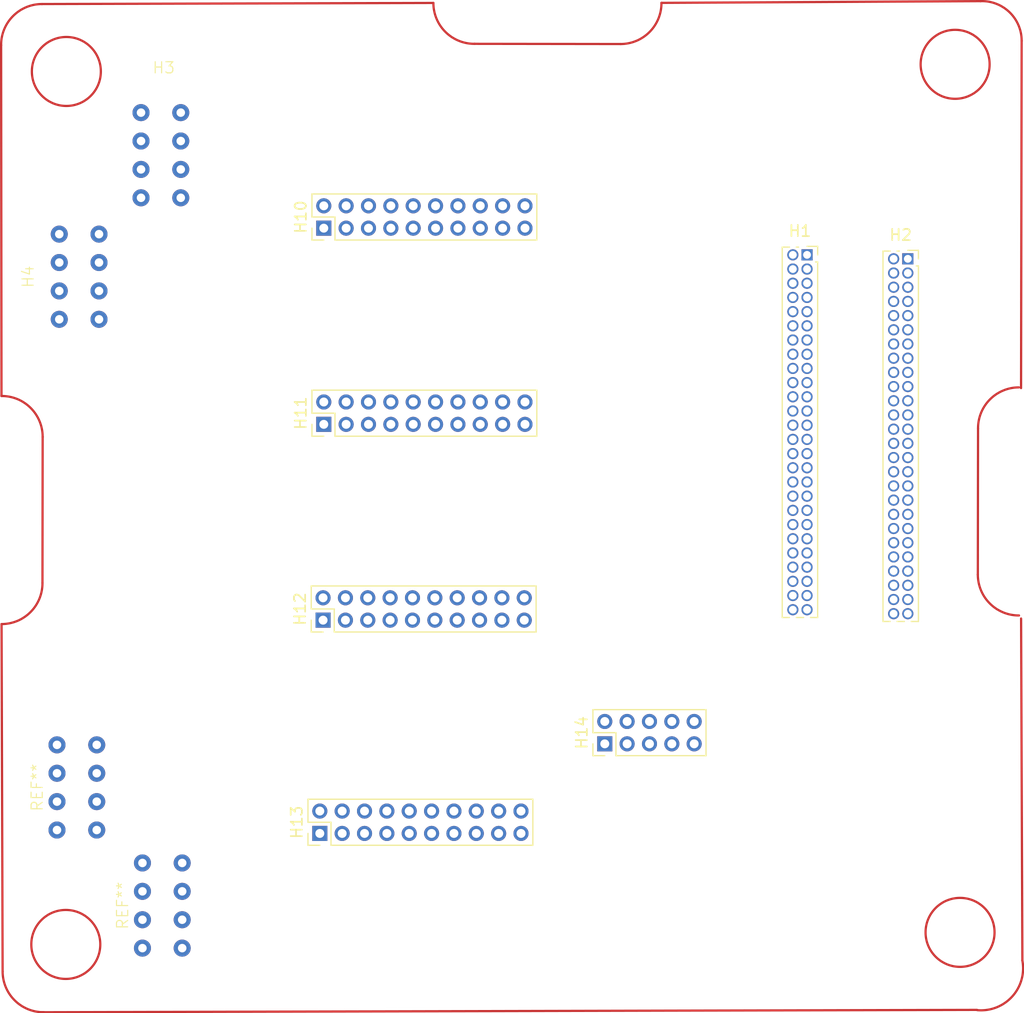
<source format=kicad_pcb>
(kicad_pcb (version 20240108) (generator "pcbnew") (generator_version "8.0")
  (layers (0 "F.Cu" signal) (31 "B.Cu" signal) (34 "B.Paste" user) (35 "F.Paste" user) (36 "B.SilkS" user "B.Silkscreen") (37 "F.SilkS" user "F.Silkscreen") (38 "B.Mask" user) (39 "F.Mask" user) (44 "Edge.Cuts" user))
  (net 0 "")
  (net 1 "Net-(H1-USER0)")
  (net 2 "Net-(H1-P3.2)")
  (net 3 "Net-(H1-TXD_MHX)")
  (net 4 "Net-(H1-P5.4)")
  (net 5 "Net-(H1-USER4)")
  (net 7 "Net-(H1-USER3)")
  (net 8 "Net-(H1-SCL_SYS)")
  (net 9 "Net-(H1-RXD_MHX)")
  (net 10 "Net-(H1-P5.0)")
  (net 11 "Net-(H1--RESET)")
  (net 12 "Net-(H1-P4.5)")
  (net 13 "Net-(H1-P4.3)")
  (net 15 "Net-(H1-USER1)")
  (net 17 "Net-(H1-P5.6)")
  (net 19 "Net-(H1-USER5)")
  (net 22 "Net-(H1-P5.5)")
  (net 23 "Net-(H1-P3.7)")
  (net 25 "Net-(H1-P5.3)")
  (net 26 "Net-(H1-SDA_SYS)")
  (net 27 "Net-(H1-P4.6)")
  (net 29 "Net-(H1-P4.2)")
  (net 30 "Net-(H1-P3.3)")
  (net 32 "Net-(H1-USER2)")
  (net 35 "Net-(H1-P3.6)")
  (net 36 "Net-(H1-P3.0)")
  (net 37 "Net-(H1--DTR_MHX)")
  (net 38 "Net-(H1-P4.4)")
  (net 39 "Net-(H1-P5.7)")
  (net 40 "Net-(H1--RST_MHX)")
  (net 42 "Net-(H1-P5.2)")
  (net 43 "Net-(H1-P3.5)")
  (net 44 "Net-(H1--RTS_MHX)")
  (net 45 "Net-(H1-P5.1)")
  (net 46 "Net-(H1-P4.0)")
  (net 47 "Net-(H1--DSR_MHX)")
  (net 48 "Net-(H1-P3.4)")
  (net 49 "Net-(H1-P4.1)")
  (net 50 "Net-(H1-P4.7)")
  (net 51 "Net-(H1--CTS_MHX)")
  (net 52 "Net-(H1-P3.1)")
  (net 54 "Net-(H11-Pin_9)")
  (net 56 "Net-(H10-Pin_15)")
  (net 58 "Net-(H12-Pin_17)")
  (net 59 "Net-(H10-Pin_11)")
  (net 60 "Net-(H11-Pin_5)")
  (net 61 "Net-(H12-Pin_9)")
  (net 62 "Net-(H10-Pin_5)")
  (net 63 "Net-(H12-Pin_3)")
  (net 66 "Net-(H11-Pin_7)")
  (net 67 "Net-(H12-Pin_5)")
  (net 69 "GND")
  (net 70 "Net-(H12-Pin_13)")
  (net 72 "Net-(H10-Pin_9)")
  (net 73 "Net-(H11-Pin_17)")
  (net 75 "Net-(H13-Pin_3)")
  (net 77 "Net-(H12-Pin_15)")
  (net 78 "Net-(H13-Pin_5)")
  (net 79 "Net-(H10-Pin_7)")
  (net 80 "Net-(H10-Pin_13)")
  (net 81 "Net-(H10-Pin_17)")
  (net 87 "Net-(H10-Pin_3)")
  (net 88 "Net-(H11-Pin_15)")
  (net 91 "Net-(H12-Pin_11)")
  (net 92 "Net-(H11-Pin_11)")
  (net 94 "Net-(H11-Pin_3)")
  (net 97 "Net-(H12-Pin_7)")
  (net 98 "Net-(H11-Pin_13)")
  (net 103 "Battery")
  (net 104 "Battery?")
  (footprint "Connector_PinHeader_2.00mm:PinHeader_2x10_P2.00mm_Vertical" (layer "F.Cu") (at 155.8102 91.9922 90)
    (property "Reference" "H12" (at 1 -2.06 90) (layer "F.SilkS"))
    (property "Value" "Conn_02x10_Odd_Even")
    (fp_line (start 3.06 -1.06) (end 3.06 19.06) (stroke (width 0.12)) (layer "F.SilkS"))
    (fp_line (start 1 -1.06) (end 3.06 -1.06) (stroke (width 0.12)) (layer "F.SilkS"))
    (fp_line (start -1.06 -1.06) (end 0 -1.06) (stroke (width 0.12)) (layer "F.SilkS"))
    (fp_line (start -1.06 0) (end -1.06 -1.06) (stroke (width 0.12)) (layer "F.SilkS"))
    (fp_line (start 1 1) (end 1 -1.06) (stroke (width 0.12)) (layer "F.SilkS"))
    (fp_line (start -1.06 1) (end 1 1) (stroke (width 0.12)) (layer "F.SilkS"))
    (fp_line (start -1.06 1) (end -1.06 19.06) (stroke (width 0.12)) (layer "F.SilkS"))
    (fp_line (start -1.06 19.06) (end 3.06 19.06) (stroke (width 0.12)) (layer "F.SilkS"))
    (pad "1" thru_hole rect (at 0 0 90) (size 1.35 1.35) (drill 0.8) (layers "*.Cu" "*.Mask"))
    (pad "2" thru_hole oval (at 2 0 90) (size 1.35 1.35) (drill 0.8) (layers "*.Cu" "*.Mask"))
    (pad "3" thru_hole oval (at 0 2 90) (size 1.35 1.35) (drill 0.8) (layers "*.Cu" "*.Mask") (net 63 "Net-(H12-Pin_3)"))
    (pad "4" thru_hole oval (at 2 2 90) (size 1.35 1.35) (drill 0.8) (layers "*.Cu" "*.Mask") (net 23 "Net-(H1-P3.7)"))
    (pad "5" thru_hole oval (at 0 4 90) (size 1.35 1.35) (drill 0.8) (layers "*.Cu" "*.Mask") (net 67 "Net-(H12-Pin_5)"))
    (pad "6" thru_hole oval (at 2 4 90) (size 1.35 1.35) (drill 0.8) (layers "*.Cu" "*.Mask") (net 35 "Net-(H1-P3.6)"))
    (pad "7" thru_hole oval (at 0 6 90) (size 1.35 1.35) (drill 0.8) (layers "*.Cu" "*.Mask") (net 97 "Net-(H12-Pin_7)"))
    (pad "8" thru_hole oval (at 2 6 90) (size 1.35 1.35) (drill 0.8) (layers "*.Cu" "*.Mask") (net 43 "Net-(H1-P3.5)"))
    (pad "9" thru_hole oval (at 0 8 90) (size 1.35 1.35) (drill 0.8) (layers "*.Cu" "*.Mask") (net 61 "Net-(H12-Pin_9)"))
    (pad "10" thru_hole oval (at 2 8 90) (size 1.35 1.35) (drill 0.8) (layers "*.Cu" "*.Mask") (net 48 "Net-(H1-P3.4)"))
    (pad "11" thru_hole oval (at 0 10 90) (size 1.35 1.35) (drill 0.8) (layers "*.Cu" "*.Mask") (net 91 "Net-(H12-Pin_11)"))
    (pad "12" thru_hole oval (at 2 10 90) (size 1.35 1.35) (drill 0.8) (layers "*.Cu" "*.Mask") (net 30 "Net-(H1-P3.3)"))
    (pad "13" thru_hole oval (at 0 12 90) (size 1.35 1.35) (drill 0.8) (layers "*.Cu" "*.Mask") (net 70 "Net-(H12-Pin_13)"))
    (pad "14" thru_hole oval (at 2 12 90) (size 1.35 1.35) (drill 0.8) (layers "*.Cu" "*.Mask") (net 2 "Net-(H1-P3.2)"))
    (pad "15" thru_hole oval (at 0 14 90) (size 1.35 1.35) (drill 0.8) (layers "*.Cu" "*.Mask") (net 77 "Net-(H12-Pin_15)"))
    (pad "16" thru_hole oval (at 2 14 90) (size 1.35 1.35) (drill 0.8) (layers "*.Cu" "*.Mask") (net 52 "Net-(H1-P3.1)"))
    (pad "17" thru_hole oval (at 0 16 90) (size 1.35 1.35) (drill 0.8) (layers "*.Cu" "*.Mask") (net 58 "Net-(H12-Pin_17)"))
    (pad "18" thru_hole oval (at 2 16 90) (size 1.35 1.35) (drill 0.8) (layers "*.Cu" "*.Mask") (net 36 "Net-(H1-P3.0)"))
    (pad "19" thru_hole oval (at 0 18 90) (size 1.35 1.35) (drill 0.8) (layers "*.Cu" "*.Mask"))
    (pad "20" thru_hole oval (at 2 18 90) (size 1.35 1.35) (drill 0.8) (layers "*.Cu" "*.Mask") (net 69 "GND"))
  )
  (footprint "Connector_PinHeader_2.00mm:PinHeader_2x05_P2.00mm_Vertical" (layer "F.Cu") (at 181.0136 103.0572 90)
    (property "Reference" "H14" (at 1 -2.06 90) (layer "F.SilkS"))
    (property "Value" "Conn_02x05_Odd_Even")
    (fp_line (start 3.06 -1.06) (end 3.06 9.06) (stroke (width 0.12)) (layer "F.SilkS"))
    (fp_line (start 1 -1.06) (end 3.06 -1.06) (stroke (width 0.12)) (layer "F.SilkS"))
    (fp_line (start -1.06 -1.06) (end 0 -1.06) (stroke (width 0.12)) (layer "F.SilkS"))
    (fp_line (start -1.06 0) (end -1.06 -1.06) (stroke (width 0.12)) (layer "F.SilkS"))
    (fp_line (start 1 1) (end 1 -1.06) (stroke (width 0.12)) (layer "F.SilkS"))
    (fp_line (start -1.06 1) (end 1 1) (stroke (width 0.12)) (layer "F.SilkS"))
    (fp_line (start -1.06 1) (end -1.06 9.06) (stroke (width 0.12)) (layer "F.SilkS"))
    (fp_line (start -1.06 9.06) (end 3.06 9.06) (stroke (width 0.12)) (layer "F.SilkS"))
    (pad "1" thru_hole rect (at 0 0 90) (size 1.35 1.35) (drill 0.8) (layers "*.Cu" "*.Mask") (net 8 "Net-(H1-SCL_SYS)"))
    (pad "2" thru_hole oval (at 2 0 90) (size 1.35 1.35) (drill 0.8) (layers "*.Cu" "*.Mask") (net 69 "GND"))
    (pad "3" thru_hole oval (at 0 2 90) (size 1.35 1.35) (drill 0.8) (layers "*.Cu" "*.Mask") (net 26 "Net-(H1-SDA_SYS)"))
    (pad "4" thru_hole oval (at 2 2 90) (size 1.35 1.35) (drill 0.8) (layers "*.Cu" "*.Mask"))
    (pad "5" thru_hole oval (at 0 4 90) (size 1.35 1.35) (drill 0.8) (layers "*.Cu" "*.Mask"))
    (pad "6" thru_hole oval (at 2 4 90) (size 1.35 1.35) (drill 0.8) (layers "*.Cu" "*.Mask"))
    (pad "7" thru_hole oval (at 0 6 90) (size 1.35 1.35) (drill 0.8) (layers "*.Cu" "*.Mask"))
    (pad "8" thru_hole oval (at 2 6 90) (size 1.35 1.35) (drill 0.8) (layers "*.Cu" "*.Mask"))
    (pad "9" thru_hole oval (at 0 8 90) (size 1.35 1.35) (drill 0.8) (layers "*.Cu" "*.Mask"))
    (pad "10" thru_hole oval (at 2 8 90) (size 1.35 1.35) (drill 0.8) (layers "*.Cu" "*.Mask") (net 69 "GND"))
  )
  (footprint "Library:8Tholes" (layer "F.Cu") (at 141.1732 117.5258 90)
    (property "Reference" "REF**" (at 0 -3.302 90) (layer "F.SilkS") (effects (font (thickness 0.1))))
    (property "Value" "8Tholes")
    (pad "" thru_hole circle (at -3.81 -1.524 90) (size 1.524 1.524) (drill 0.762) (layers "*.Cu" "*.Mask"))
    (pad "" thru_hole circle (at -3.81 2.032 90) (size 1.524 1.524) (drill 0.762) (layers "*.Cu" "*.Mask"))
    (pad "" thru_hole circle (at -1.27 -1.524 90) (size 1.524 1.524) (drill 0.762) (layers "*.Cu" "*.Mask"))
    (pad "" thru_hole circle (at -1.27 2.032 90) (size 1.524 1.524) (drill 0.762) (layers "*.Cu" "*.Mask"))
    (pad "" thru_hole circle (at 1.27 -1.524 90) (size 1.524 1.524) (drill 0.762) (layers "*.Cu" "*.Mask"))
    (pad "" thru_hole circle (at 1.27 2.032 90) (size 1.524 1.524) (drill 0.762) (layers "*.Cu" "*.Mask"))
    (pad "" thru_hole circle (at 3.81 -1.524 90) (size 1.524 1.524) (drill 0.762) (layers "*.Cu" "*.Mask"))
    (pad "" thru_hole circle (at 3.81 2.032 90) (size 1.524 1.524) (drill 0.762) (layers "*.Cu" "*.Mask"))
  )
  (footprint "Library:H4" (layer "F.Cu") (at 134.239 61.2648 90)
    (property "Reference" "H4" (at 0 -4.826 90) (layer "F.SilkS") (effects (font (thickness 0.1))))
    (property "Value" "5V20")
    (pad "" thru_hole circle (at -1.27 -2.032 90) (size 1.524 1.524) (drill 0.762) (layers "*.Cu" "*.Mask"))
    (pad "" thru_hole circle (at 1.27 -2.032 90) (size 1.524 1.524) (drill 0.762) (layers "*.Cu" "*.Mask"))
    (pad "" thru_hole circle (at 3.81 -2.032 90) (size 1.524 1.524) (drill 0.762) (layers "*.Cu" "*.Mask"))
    (pad "1" thru_hole circle (at -3.81 1.524 90) (size 1.524 1.524) (drill 0.762) (layers "*.Cu" "*.Mask") (net 69 "GND"))
    (pad "2" thru_hole circle (at -3.81 -2.032 90) (size 1.524 1.524) (drill 0.762) (layers "*.Cu" "*.Mask") (net 69 "GND"))
    (pad "33" thru_hole circle (at -1.27 1.524 90) (size 1.524 1.524) (drill 0.762) (layers "*.Cu" "*.Mask") (net 104 "Battery?"))
    (pad "37" thru_hole circle (at 1.27 1.524 90) (size 1.524 1.524) (drill 0.762) (layers "*.Cu" "*.Mask") (net 69 "GND"))
    (pad "39" thru_hole circle (at 3.81 1.524 90) (size 1.524 1.524) (drill 0.762) (layers "*.Cu" "*.Mask") (net 69 "GND"))
  )
  (footprint "Connector_PinHeader_2.00mm:PinHeader_2x10_P2.00mm_Vertical" (layer "F.Cu") (at 155.8742 74.4728 90)
    (property "Reference" "H11" (at 1 -2.06 90) (layer "F.SilkS"))
    (property "Value" "Conn_02x10_Odd_Even")
    (fp_line (start 3.06 -1.06) (end 3.06 19.06) (stroke (width 0.12)) (layer "F.SilkS"))
    (fp_line (start 1 -1.06) (end 3.06 -1.06) (stroke (width 0.12)) (layer "F.SilkS"))
    (fp_line (start -1.06 -1.06) (end 0 -1.06) (stroke (width 0.12)) (layer "F.SilkS"))
    (fp_line (start -1.06 0) (end -1.06 -1.06) (stroke (width 0.12)) (layer "F.SilkS"))
    (fp_line (start 1 1) (end 1 -1.06) (stroke (width 0.12)) (layer "F.SilkS"))
    (fp_line (start -1.06 1) (end 1 1) (stroke (width 0.12)) (layer "F.SilkS"))
    (fp_line (start -1.06 1) (end -1.06 19.06) (stroke (width 0.12)) (layer "F.SilkS"))
    (fp_line (start -1.06 19.06) (end 3.06 19.06) (stroke (width 0.12)) (layer "F.SilkS"))
    (pad "1" thru_hole rect (at 0 0 90) (size 1.35 1.35) (drill 0.8) (layers "*.Cu" "*.Mask"))
    (pad "2" thru_hole oval (at 2 0 90) (size 1.35 1.35) (drill 0.8) (layers "*.Cu" "*.Mask"))
    (pad "3" thru_hole oval (at 0 2 90) (size 1.35 1.35) (drill 0.8) (layers "*.Cu" "*.Mask") (net 94 "Net-(H11-Pin_3)"))
    (pad "4" thru_hole oval (at 2 2 90) (size 1.35 1.35) (drill 0.8) (layers "*.Cu" "*.Mask") (net 50 "Net-(H1-P4.7)"))
    (pad "5" thru_hole oval (at 0 4 90) (size 1.35 1.35) (drill 0.8) (layers "*.Cu" "*.Mask") (net 60 "Net-(H11-Pin_5)"))
    (pad "6" thru_hole oval (at 2 4 90) (size 1.35 1.35) (drill 0.8) (layers "*.Cu" "*.Mask") (net 27 "Net-(H1-P4.6)"))
    (pad "7" thru_hole oval (at 0 6 90) (size 1.35 1.35) (drill 0.8) (layers "*.Cu" "*.Mask") (net 66 "Net-(H11-Pin_7)"))
    (pad "8" thru_hole oval (at 2 6 90) (size 1.35 1.35) (drill 0.8) (layers "*.Cu" "*.Mask") (net 12 "Net-(H1-P4.5)"))
    (pad "9" thru_hole oval (at 0 8 90) (size 1.35 1.35) (drill 0.8) (layers "*.Cu" "*.Mask") (net 54 "Net-(H11-Pin_9)"))
    (pad "10" thru_hole oval (at 2 8 90) (size 1.35 1.35) (drill 0.8) (layers "*.Cu" "*.Mask") (net 38 "Net-(H1-P4.4)"))
    (pad "11" thru_hole oval (at 0 10 90) (size 1.35 1.35) (drill 0.8) (layers "*.Cu" "*.Mask") (net 92 "Net-(H11-Pin_11)"))
    (pad "12" thru_hole oval (at 2 10 90) (size 1.35 1.35) (drill 0.8) (layers "*.Cu" "*.Mask") (net 13 "Net-(H1-P4.3)"))
    (pad "13" thru_hole oval (at 0 12 90) (size 1.35 1.35) (drill 0.8) (layers "*.Cu" "*.Mask") (net 98 "Net-(H11-Pin_13)"))
    (pad "14" thru_hole oval (at 2 12 90) (size 1.35 1.35) (drill 0.8) (layers "*.Cu" "*.Mask") (net 29 "Net-(H1-P4.2)"))
    (pad "15" thru_hole oval (at 0 14 90) (size 1.35 1.35) (drill 0.8) (layers "*.Cu" "*.Mask") (net 88 "Net-(H11-Pin_15)"))
    (pad "16" thru_hole oval (at 2 14 90) (size 1.35 1.35) (drill 0.8) (layers "*.Cu" "*.Mask") (net 49 "Net-(H1-P4.1)"))
    (pad "17" thru_hole oval (at 0 16 90) (size 1.35 1.35) (drill 0.8) (layers "*.Cu" "*.Mask") (net 73 "Net-(H11-Pin_17)"))
    (pad "18" thru_hole oval (at 2 16 90) (size 1.35 1.35) (drill 0.8) (layers "*.Cu" "*.Mask") (net 46 "Net-(H1-P4.0)"))
    (pad "19" thru_hole oval (at 0 18 90) (size 1.35 1.35) (drill 0.8) (layers "*.Cu" "*.Mask"))
    (pad "20" thru_hole oval (at 2 18 90) (size 1.35 1.35) (drill 0.8) (layers "*.Cu" "*.Mask") (net 69 "GND"))
  )
  (footprint "Connector_PinSocket_1.27mm:PinSocket_2x26_P1.27mm_Vertical" (layer "F.Cu") (at 208.1276 59.6646)
    (property "Reference" "H2" (at -0.635 -2.135 360) (layer "F.SilkS"))
    (property "Value" "~")
    (fp_line (start -2.22 -0.695) (end -2.22 32.445) (stroke (width 0.12)) (layer "F.SilkS"))
    (fp_line (start -2.22 -0.695) (end -1.57753 -0.695) (stroke (width 0.12)) (layer "F.SilkS"))
    (fp_line (start -2.22 32.445) (end -1.57753 32.445) (stroke (width 0.12)) (layer "F.SilkS"))
    (fp_line (start -0.96247 -0.695) (end -0.76 -0.695) (stroke (width 0.12)) (layer "F.SilkS"))
    (fp_line (start -0.96247 32.445) (end -0.30753 32.445) (stroke (width 0.12)) (layer "F.SilkS"))
    (fp_line (start 0 -0.76) (end 0.95 -0.76) (stroke (width 0.12)) (layer "F.SilkS"))
    (fp_line (start 0.30753 32.445) (end 0.95 32.445) (stroke (width 0.12)) (layer "F.SilkS"))
    (fp_line (start 0.76 0.635) (end 0.95 0.635) (stroke (width 0.12)) (layer "F.SilkS"))
    (fp_line (start 0.95 -0.76) (end 0.95 0) (stroke (width 0.12)) (layer "F.SilkS"))
    (fp_line (start 0.95 0.635) (end 0.95 32.445) (stroke (width 0.12)) (layer "F.SilkS"))
    (pad "1" thru_hole rect (at 0 0) (size 1 1) (drill 0.7) (layers "*.Cu" "*.Mask") (net 81 "Net-(H10-Pin_17)"))
    (pad "2" thru_hole oval (at -1.27 0) (size 1 1) (drill 0.7) (layers "*.Cu" "*.Mask") (net 56 "Net-(H10-Pin_15)"))
    (pad "3" thru_hole oval (at 0 1.27) (size 1 1) (drill 0.7) (layers "*.Cu" "*.Mask") (net 80 "Net-(H10-Pin_13)"))
    (pad "4" thru_hole oval (at -1.27 1.27) (size 1 1) (drill 0.7) (layers "*.Cu" "*.Mask") (net 59 "Net-(H10-Pin_11)"))
    (pad "5" thru_hole oval (at 0 2.54) (size 1 1) (drill 0.7) (layers "*.Cu" "*.Mask") (net 72 "Net-(H10-Pin_9)"))
    (pad "6" thru_hole oval (at -1.27 2.54) (size 1 1) (drill 0.7) (layers "*.Cu" "*.Mask") (net 79 "Net-(H10-Pin_7)"))
    (pad "7" thru_hole oval (at 0 3.81) (size 1 1) (drill 0.7) (layers "*.Cu" "*.Mask") (net 62 "Net-(H10-Pin_5)"))
    (pad "8" thru_hole oval (at -1.27 3.81) (size 1 1) (drill 0.7) (layers "*.Cu" "*.Mask") (net 87 "Net-(H10-Pin_3)"))
    (pad "9" thru_hole oval (at 0 5.08) (size 1 1) (drill 0.7) (layers "*.Cu" "*.Mask") (net 73 "Net-(H11-Pin_17)"))
    (pad "10" thru_hole oval (at -1.27 5.08) (size 1 1) (drill 0.7) (layers "*.Cu" "*.Mask") (net 88 "Net-(H11-Pin_15)"))
    (pad "11" thru_hole oval (at 0 6.35) (size 1 1) (drill 0.7) (layers "*.Cu" "*.Mask") (net 98 "Net-(H11-Pin_13)"))
    (pad "12" thru_hole oval (at -1.27 6.35) (size 1 1) (drill 0.7) (layers "*.Cu" "*.Mask") (net 92 "Net-(H11-Pin_11)"))
    (pad "13" thru_hole oval (at 0 7.62) (size 1 1) (drill 0.7) (layers "*.Cu" "*.Mask") (net 54 "Net-(H11-Pin_9)"))
    (pad "14" thru_hole oval (at -1.27 7.62) (size 1 1) (drill 0.7) (layers "*.Cu" "*.Mask") (net 66 "Net-(H11-Pin_7)"))
    (pad "15" thru_hole oval (at 0 8.89) (size 1 1) (drill 0.7) (layers "*.Cu" "*.Mask") (net 60 "Net-(H11-Pin_5)"))
    (pad "16" thru_hole oval (at -1.27 8.89) (size 1 1) (drill 0.7) (layers "*.Cu" "*.Mask") (net 94 "Net-(H11-Pin_3)"))
    (pad "17" thru_hole oval (at 0 10.16) (size 1 1) (drill 0.7) (layers "*.Cu" "*.Mask") (net 58 "Net-(H12-Pin_17)"))
    (pad "18" thru_hole oval (at -1.27 10.16) (size 1 1) (drill 0.7) (layers "*.Cu" "*.Mask") (net 77 "Net-(H12-Pin_15)"))
    (pad "19" thru_hole oval (at 0 11.43) (size 1 1) (drill 0.7) (layers "*.Cu" "*.Mask") (net 70 "Net-(H12-Pin_13)"))
    (pad "20" thru_hole oval (at -1.27 11.43) (size 1 1) (drill 0.7) (layers "*.Cu" "*.Mask") (net 91 "Net-(H12-Pin_11)"))
    (pad "21" thru_hole oval (at 0 12.7) (size 1 1) (drill 0.7) (layers "*.Cu" "*.Mask") (net 61 "Net-(H12-Pin_9)"))
    (pad "22" thru_hole oval (at -1.27 12.7) (size 1 1) (drill 0.7) (layers "*.Cu" "*.Mask") (net 97 "Net-(H12-Pin_7)"))
    (pad "23" thru_hole oval (at 0 13.97) (size 1 1) (drill 0.7) (layers "*.Cu" "*.Mask") (net 67 "Net-(H12-Pin_5)"))
    (pad "24" thru_hole oval (at -1.27 13.97) (size 1 1) (drill 0.7) (layers "*.Cu" "*.Mask") (net 63 "Net-(H12-Pin_3)"))
    (pad "25" thru_hole oval (at 0 15.24) (size 1 1) (drill 0.7) (layers "*.Cu" "*.Mask"))
    (pad "26" thru_hole oval (at -1.27 15.24) (size 1 1) (drill 0.7) (layers "*.Cu" "*.Mask"))
    (pad "27" thru_hole oval (at 0 16.51) (size 1 1) (drill 0.7) (layers "*.Cu" "*.Mask"))
    (pad "28" thru_hole oval (at -1.27 16.51) (size 1 1) (drill 0.7) (layers "*.Cu" "*.Mask"))
    (pad "29" thru_hole oval (at 0 17.78) (size 1 1) (drill 0.7) (layers "*.Cu" "*.Mask") (net 69 "GND"))
    (pad "30" thru_hole oval (at -1.27 17.78) (size 1 1) (drill 0.7) (layers "*.Cu" "*.Mask") (net 69 "GND"))
    (pad "31" thru_hole oval (at 0 19.05) (size 1 1) (drill 0.7) (layers "*.Cu" "*.Mask"))
    (pad "32" thru_hole oval (at -1.27 19.05) (size 1 1) (drill 0.7) (layers "*.Cu" "*.Mask") (net 69 "GND"))
    (pad "33" thru_hole oval (at 0 20.32) (size 1 1) (drill 0.7) (layers "*.Cu" "*.Mask"))
    (pad "34" thru_hole oval (at -1.27 20.32) (size 1 1) (drill 0.7) (layers "*.Cu" "*.Mask"))
    (pad "35" thru_hole oval (at 0 21.59) (size 1 1) (drill 0.7) (layers "*.Cu" "*.Mask"))
    (pad "36" thru_hole oval (at -1.27 21.59) (size 1 1) (drill 0.7) (layers "*.Cu" "*.Mask"))
    (pad "37" thru_hole oval (at 0 22.86) (size 1 1) (drill 0.7) (layers "*.Cu" "*.Mask"))
    (pad "38" thru_hole oval (at -1.27 22.86) (size 1 1) (drill 0.7) (layers "*.Cu" "*.Mask"))
    (pad "39" thru_hole oval (at 0 24.13) (size 1 1) (drill 0.7) (layers "*.Cu" "*.Mask"))
    (pad "40" thru_hole oval (at -1.27 24.13) (size 1 1) (drill 0.7) (layers "*.Cu" "*.Mask"))
    (pad "41" thru_hole oval (at 0 25.4) (size 1 1) (drill 0.7) (layers "*.Cu" "*.Mask"))
    (pad "42" thru_hole oval (at -1.27 25.4) (size 1 1) (drill 0.7) (layers "*.Cu" "*.Mask"))
    (pad "43" thru_hole oval (at 0 26.67) (size 1 1) (drill 0.7) (layers "*.Cu" "*.Mask"))
    (pad "44" thru_hole oval (at -1.27 26.67) (size 1 1) (drill 0.7) (layers "*.Cu" "*.Mask"))
    (pad "45" thru_hole oval (at 0 27.94) (size 1 1) (drill 0.7) (layers "*.Cu" "*.Mask"))
    (pad "46" thru_hole oval (at -1.27 27.94) (size 1 1) (drill 0.7) (layers "*.Cu" "*.Mask"))
    (pad "47" thru_hole oval (at 0 29.21) (size 1 1) (drill 0.7) (layers "*.Cu" "*.Mask") (net 78 "Net-(H13-Pin_5)"))
    (pad "48" thru_hole oval (at -1.27 29.21) (size 1 1) (drill 0.7) (layers "*.Cu" "*.Mask") (net 75 "Net-(H13-Pin_3)"))
    (pad "49" thru_hole oval (at 0 30.48) (size 1 1) (drill 0.7) (layers "*.Cu" "*.Mask"))
    (pad "50" thru_hole oval (at -1.27 30.48) (size 1 1) (drill 0.7) (layers "*.Cu" "*.Mask"))
    (pad "51" thru_hole oval (at 0 31.75) (size 1 1) (drill 0.7) (layers "*.Cu" "*.Mask"))
    (pad "52" thru_hole oval (at -1.27 31.75) (size 1 1) (drill 0.7) (layers "*.Cu" "*.Mask"))
  )
  (footprint "Library:8Tholes" (layer "F.Cu") (at 133.5278 106.9594 90)
    (property "Reference" "REF**" (at 0 -3.302 90) (layer "F.SilkS") (effects (font (thickness 0.1))))
    (property "Value" "8Tholes")
    (pad "" thru_hole circle (at -3.81 -1.524 90) (size 1.524 1.524) (drill 0.762) (layers "*.Cu" "*.Mask"))
    (pad "" thru_hole circle (at -3.81 2.032 90) (size 1.524 1.524) (drill 0.762) (layers "*.Cu" "*.Mask"))
    (pad "" thru_hole circle (at -1.27 -1.524 90) (size 1.524 1.524) (drill 0.762) (layers "*.Cu" "*.Mask"))
    (pad "" thru_hole circle (at -1.27 2.032 90) (size 1.524 1.524) (drill 0.762) (layers "*.Cu" "*.Mask"))
    (pad "" thru_hole circle (at 1.27 -1.524 90) (size 1.524 1.524) (drill 0.762) (layers "*.Cu" "*.Mask"))
    (pad "" thru_hole circle (at 1.27 2.032 90) (size 1.524 1.524) (drill 0.762) (layers "*.Cu" "*.Mask"))
    (pad "" thru_hole circle (at 3.81 -1.524 90) (size 1.524 1.524) (drill 0.762) (layers "*.Cu" "*.Mask"))
    (pad "" thru_hole circle (at 3.81 2.032 90) (size 1.524 1.524) (drill 0.762) (layers "*.Cu" "*.Mask"))
  )
  (footprint "Connector_PinSocket_1.27mm:PinSocket_2x26_P1.27mm_Vertical" (layer "F.Cu") (at 199.1106 59.309)
    (property "Reference" "H1" (at -0.635 -2.135 360) (layer "F.SilkS"))
    (property "Value" "~")
    (fp_line (start -2.22 -0.695) (end -2.22 32.445) (stroke (width 0.12)) (layer "F.SilkS"))
    (fp_line (start -2.22 -0.695) (end -1.57753 -0.695) (stroke (width 0.12)) (layer "F.SilkS"))
    (fp_line (start -2.22 32.445) (end -1.57753 32.445) (stroke (width 0.12)) (layer "F.SilkS"))
    (fp_line (start -0.96247 -0.695) (end -0.76 -0.695) (stroke (width 0.12)) (layer "F.SilkS"))
    (fp_line (start -0.96247 32.445) (end -0.30753 32.445) (stroke (width 0.12)) (layer "F.SilkS"))
    (fp_line (start 0 -0.76) (end 0.95 -0.76) (stroke (width 0.12)) (layer "F.SilkS"))
    (fp_line (start 0.30753 32.445) (end 0.95 32.445) (stroke (width 0.12)) (layer "F.SilkS"))
    (fp_line (start 0.76 0.635) (end 0.95 0.635) (stroke (width 0.12)) (layer "F.SilkS"))
    (fp_line (start 0.95 -0.76) (end 0.95 0) (stroke (width 0.12)) (layer "F.SilkS"))
    (fp_line (start 0.95 0.635) (end 0.95 32.445) (stroke (width 0.12)) (layer "F.SilkS"))
    (pad "1" thru_hole rect (at 0 0) (size 1 1) (drill 0.7) (layers "*.Cu" "*.Mask") (net 39 "Net-(H1-P5.7)"))
    (pad "2" thru_hole oval (at -1.27 0) (size 1 1) (drill 0.7) (layers "*.Cu" "*.Mask") (net 17 "Net-(H1-P5.6)"))
    (pad "3" thru_hole oval (at 0 1.27) (size 1 1) (drill 0.7) (layers "*.Cu" "*.Mask") (net 22 "Net-(H1-P5.5)"))
    (pad "4" thru_hole oval (at -1.27 1.27) (size 1 1) (drill 0.7) (layers "*.Cu" "*.Mask") (net 4 "Net-(H1-P5.4)"))
    (pad "5" thru_hole oval (at 0 2.54) (size 1 1) (drill 0.7) (layers "*.Cu" "*.Mask") (net 25 "Net-(H1-P5.3)"))
    (pad "6" thru_hole oval (at -1.27 2.54) (size 1 1) (drill 0.7) (layers "*.Cu" "*.Mask") (net 42 "Net-(H1-P5.2)"))
    (pad "7" thru_hole oval (at 0 3.81) (size 1 1) (drill 0.7) (layers "*.Cu" "*.Mask") (net 45 "Net-(H1-P5.1)"))
    (pad "8" thru_hole oval (at -1.27 3.81) (size 1 1) (drill 0.7) (layers "*.Cu" "*.Mask") (net 10 "Net-(H1-P5.0)"))
    (pad "9" thru_hole oval (at 0 5.08) (size 1 1) (drill 0.7) (layers "*.Cu" "*.Mask") (net 50 "Net-(H1-P4.7)"))
    (pad "10" thru_hole oval (at -1.27 5.08) (size 1 1) (drill 0.7) (layers "*.Cu" "*.Mask") (net 27 "Net-(H1-P4.6)"))
    (pad "11" thru_hole oval (at 0 6.35) (size 1 1) (drill 0.7) (layers "*.Cu" "*.Mask") (net 12 "Net-(H1-P4.5)"))
    (pad "12" thru_hole oval (at -1.27 6.35) (size 1 1) (drill 0.7) (layers "*.Cu" "*.Mask") (net 38 "Net-(H1-P4.4)"))
    (pad "13" thru_hole oval (at 0 7.62) (size 1 1) (drill 0.7) (layers "*.Cu" "*.Mask") (net 13 "Net-(H1-P4.3)"))
    (pad "14" thru_hole oval (at -1.27 7.62) (size 1 1) (drill 0.7) (layers "*.Cu" "*.Mask") (net 29 "Net-(H1-P4.2)"))
    (pad "15" thru_hole oval (at 0 8.89) (size 1 1) (drill 0.7) (layers "*.Cu" "*.Mask") (net 49 "Net-(H1-P4.1)"))
    (pad "16" thru_hole oval (at -1.27 8.89) (size 1 1) (drill 0.7) (layers "*.Cu" "*.Mask") (net 46 "Net-(H1-P4.0)"))
    (pad "17" thru_hole oval (at 0 10.16) (size 1 1) (drill 0.7) (layers "*.Cu" "*.Mask") (net 23 "Net-(H1-P3.7)"))
    (pad "18" thru_hole oval (at -1.27 10.16) (size 1 1) (drill 0.7) (layers "*.Cu" "*.Mask") (net 35 "Net-(H1-P3.6)"))
    (pad "19" thru_hole oval (at 0 11.43) (size 1 1) (drill 0.7) (layers "*.Cu" "*.Mask") (net 43 "Net-(H1-P3.5)"))
    (pad "20" thru_hole oval (at -1.27 11.43) (size 1 1) (drill 0.7) (layers "*.Cu" "*.Mask") (net 48 "Net-(H1-P3.4)"))
    (pad "21" thru_hole oval (at 0 12.7) (size 1 1) (drill 0.7) (layers "*.Cu" "*.Mask") (net 30 "Net-(H1-P3.3)"))
    (pad "22" thru_hole oval (at -1.27 12.7) (size 1 1) (drill 0.7) (layers "*.Cu" "*.Mask") (net 2 "Net-(H1-P3.2)"))
    (pad "23" thru_hole oval (at 0 13.97) (size 1 1) (drill 0.7) (layers "*.Cu" "*.Mask") (net 52 "Net-(H1-P3.1)"))
    (pad "24" thru_hole oval (at -1.27 13.97) (size 1 1) (drill 0.7) (layers "*.Cu" "*.Mask") (net 36 "Net-(H1-P3.0)"))
    (pad "25" thru_hole oval (at 0 15.24) (size 1 1) (drill 0.7) (layers "*.Cu" "*.Mask"))
    (pad "26" thru_hole oval (at -1.27 15.24) (size 1 1) (drill 0.7) (layers "*.Cu" "*.Mask"))
    (pad "27" thru_hole oval (at 0 16.51) (size 1 1) (drill 0.7) (layers "*.Cu" "*.Mask"))
    (pad "28" thru_hole oval (at -1.27 16.51) (size 1 1) (drill 0.7) (layers "*.Cu" "*.Mask"))
    (pad "29" thru_hole oval (at 0 17.78) (size 1 1) (drill 0.7) (layers "*.Cu" "*.Mask") (net 11 "Net-(H1--RESET)"))
    (pad "30" thru_hole oval (at -1.27 17.78) (size 1 1) (drill 0.7) (layers "*.Cu" "*.Mask"))
    (pad "31" thru_hole oval (at 0 19.05) (size 1 1) (drill 0.7) (layers "*.Cu" "*.Mask"))
    (pad "32" thru_hole oval (at -1.27 19.05) (size 1 1) (drill 0.7) (layers "*.Cu" "*.Mask"))
    (pad "33" thru_hole oval (at 0 20.32) (size 1 1) (drill 0.7) (layers "*.Cu" "*.Mask"))
    (pad "34" thru_hole oval (at -1.27 20.32) (size 1 1) (drill 0.7) (layers "*.Cu" "*.Mask") (net 40 "Net-(H1--RST_MHX)"))
    (pad "35" thru_hole oval (at 0 21.59) (size 1 1) (drill 0.7) (layers "*.Cu" "*.Mask") (net 51 "Net-(H1--CTS_MHX)"))
    (pad "36" thru_hole oval (at -1.27 21.59) (size 1 1) (drill 0.7) (layers "*.Cu" "*.Mask") (net 44 "Net-(H1--RTS_MHX)"))
    (pad "37" thru_hole oval (at 0 22.86) (size 1 1) (drill 0.7) (layers "*.Cu" "*.Mask") (net 47 "Net-(H1--DSR_MHX)"))
    (pad "38" thru_hole oval (at -1.27 22.86) (size 1 1) (drill 0.7) (layers "*.Cu" "*.Mask") (net 37 "Net-(H1--DTR_MHX)"))
    (pad "39" thru_hole oval (at 0 24.13) (size 1 1) (drill 0.7) (layers "*.Cu" "*.Mask") (net 3 "Net-(H1-TXD_MHX)"))
    (pad "40" thru_hole oval (at -1.27 24.13) (size 1 1) (drill 0.7) (layers "*.Cu" "*.Mask") (net 9 "Net-(H1-RXD_MHX)"))
    (pad "41" thru_hole oval (at 0 25.4) (size 1 1) (drill 0.7) (layers "*.Cu" "*.Mask") (net 26 "Net-(H1-SDA_SYS)"))
    (pad "42" thru_hole oval (at -1.27 25.4) (size 1 1) (drill 0.7) (layers "*.Cu" "*.Mask"))
    (pad "43" thru_hole oval (at 0 26.67) (size 1 1) (drill 0.7) (layers "*.Cu" "*.Mask") (net 8 "Net-(H1-SCL_SYS)"))
    (pad "44" thru_hole oval (at -1.27 26.67) (size 1 1) (drill 0.7) (layers "*.Cu" "*.Mask"))
    (pad "45" thru_hole oval (at 0 27.94) (size 1 1) (drill 0.7) (layers "*.Cu" "*.Mask"))
    (pad "46" thru_hole oval (at -1.27 27.94) (size 1 1) (drill 0.7) (layers "*.Cu" "*.Mask"))
    (pad "47" thru_hole oval (at 0 29.21) (size 1 1) (drill 0.7) (layers "*.Cu" "*.Mask") (net 1 "Net-(H1-USER0)"))
    (pad "48" thru_hole oval (at -1.27 29.21) (size 1 1) (drill 0.7) (layers "*.Cu" "*.Mask") (net 15 "Net-(H1-USER1)"))
    (pad "49" thru_hole oval (at 0 30.48) (size 1 1) (drill 0.7) (layers "*.Cu" "*.Mask") (net 32 "Net-(H1-USER2)"))
    (pad "50" thru_hole oval (at -1.27 30.48) (size 1 1) (drill 0.7) (layers "*.Cu" "*.Mask") (net 7 "Net-(H1-USER3)"))
    (pad "51" thru_hole oval (at 0 31.75) (size 1 1) (drill 0.7) (layers "*.Cu" "*.Mask") (net 5 "Net-(H1-USER4)"))
    (pad "52" thru_hole oval (at -1.27 31.75) (size 1 1) (drill 0.7) (layers "*.Cu" "*.Mask") (net 19 "Net-(H1-USER5)"))
  )
  (footprint "Connector_PinHeader_2.00mm:PinHeader_2x10_P2.00mm_Vertical" (layer "F.Cu") (at 155.5186 111.0742 90)
    (property "Reference" "H13" (at 1 -2.06 90) (layer "F.SilkS"))
    (property "Value" "Conn_02x10_Odd_Even")
    (fp_line (start 3.06 -1.06) (end 3.06 19.06) (stroke (width 0.12)) (layer "F.SilkS"))
    (fp_line (start 1 -1.06) (end 3.06 -1.06) (stroke (width 0.12)) (layer "F.SilkS"))
    (fp_line (start -1.06 -1.06) (end 0 -1.06) (stroke (width 0.12)) (layer "F.SilkS"))
    (fp_line (start -1.06 0) (end -1.06 -1.06) (stroke (width 0.12)) (layer "F.SilkS"))
    (fp_line (start 1 1) (end 1 -1.06) (stroke (width 0.12)) (layer "F.SilkS"))
    (fp_line (start -1.06 1) (end 1 1) (stroke (width 0.12)) (layer "F.SilkS"))
    (fp_line (start -1.06 1) (end -1.06 19.06) (stroke (width 0.12)) (layer "F.SilkS"))
    (fp_line (start -1.06 19.06) (end 3.06 19.06) (stroke (width 0.12)) (layer "F.SilkS"))
    (pad "1" thru_hole rect (at 0 0 90) (size 1.35 1.35) (drill 0.8) (layers "*.Cu" "*.Mask"))
    (pad "2" thru_hole oval (at 2 0 90) (size 1.35 1.35) (drill 0.8) (layers "*.Cu" "*.Mask"))
    (pad "3" thru_hole oval (at 0 2 90) (size 1.35 1.35) (drill 0.8) (layers "*.Cu" "*.Mask") (net 75 "Net-(H13-Pin_3)"))
    (pad "4" thru_hole oval (at 2 2 90) (size 1.35 1.35) (drill 0.8) (layers "*.Cu" "*.Mask") (net 11 "Net-(H1--RESET)"))
    (pad "5" thru_hole oval (at 0 4 90) (size 1.35 1.35) (drill 0.8) (layers "*.Cu" "*.Mask") (net 78 "Net-(H13-Pin_5)"))
    (pad "6" thru_hole oval (at 2 4 90) (size 1.35 1.35) (drill 0.8) (layers "*.Cu" "*.Mask") (net 40 "Net-(H1--RST_MHX)"))
    (pad "7" thru_hole oval (at 0 6 90) (size 1.35 1.35) (drill 0.8) (layers "*.Cu" "*.Mask") (net 19 "Net-(H1-USER5)"))
    (pad "8" thru_hole oval (at 2 6 90) (size 1.35 1.35) (drill 0.8) (layers "*.Cu" "*.Mask") (net 51 "Net-(H1--CTS_MHX)"))
    (pad "9" thru_hole oval (at 0 8 90) (size 1.35 1.35) (drill 0.8) (layers "*.Cu" "*.Mask") (net 5 "Net-(H1-USER4)"))
    (pad "10" thru_hole oval (at 2 8 90) (size 1.35 1.35) (drill 0.8) (layers "*.Cu" "*.Mask") (net 44 "Net-(H1--RTS_MHX)"))
    (pad "11" thru_hole oval (at 0 10 90) (size 1.35 1.35) (drill 0.8) (layers "*.Cu" "*.Mask") (net 7 "Net-(H1-USER3)"))
    (pad "12" thru_hole oval (at 2 10 90) (size 1.35 1.35) (drill 0.8) (layers "*.Cu" "*.Mask") (net 47 "Net-(H1--DSR_MHX)"))
    (pad "13" thru_hole oval (at 0 12 90) (size 1.35 1.35) (drill 0.8) (layers "*.Cu" "*.Mask") (net 32 "Net-(H1-USER2)"))
    (pad "14" thru_hole oval (at 2 12 90) (size 1.35 1.35) (drill 0.8) (layers "*.Cu" "*.Mask") (net 37 "Net-(H1--DTR_MHX)"))
    (pad "15" thru_hole oval (at 0 14 90) (size 1.35 1.35) (drill 0.8) (layers "*.Cu" "*.Mask") (net 15 "Net-(H1-USER1)"))
    (pad "16" thru_hole oval (at 2 14 90) (size 1.35 1.35) (drill 0.8) (layers "*.Cu" "*.Mask") (net 3 "Net-(H1-TXD_MHX)"))
    (pad "17" thru_hole oval (at 0 16 90) (size 1.35 1.35) (drill 0.8) (layers "*.Cu" "*.Mask") (net 1 "Net-(H1-USER0)"))
    (pad "18" thru_hole oval (at 2 16 90) (size 1.35 1.35) (drill 0.8) (layers "*.Cu" "*.Mask") (net 9 "Net-(H1-RXD_MHX)"))
    (pad "19" thru_hole oval (at 0 18 90) (size 1.35 1.35) (drill 0.8) (layers "*.Cu" "*.Mask"))
    (pad "20" thru_hole oval (at 2 18 90) (size 1.35 1.35) (drill 0.8) (layers "*.Cu" "*.Mask") (net 69 "GND"))
  )
  (footprint "Connector_PinHeader_2.00mm:PinHeader_2x10_P2.00mm_Vertical" (layer "F.Cu") (at 155.8742 56.9214 90)
    (property "Reference" "H10" (at 1 -2.06 90) (layer "F.SilkS"))
    (property "Value" "Conn_02x10_Odd_Even")
    (fp_line (start 3.06 -1.06) (end 3.06 19.06) (stroke (width 0.12)) (layer "F.SilkS"))
    (fp_line (start 1 -1.06) (end 3.06 -1.06) (stroke (width 0.12)) (layer "F.SilkS"))
    (fp_line (start -1.06 -1.06) (end 0 -1.06) (stroke (width 0.12)) (layer "F.SilkS"))
    (fp_line (start -1.06 0) (end -1.06 -1.06) (stroke (width 0.12)) (layer "F.SilkS"))
    (fp_line (start 1 1) (end 1 -1.06) (stroke (width 0.12)) (layer "F.SilkS"))
    (fp_line (start -1.06 1) (end 1 1) (stroke (width 0.12)) (layer "F.SilkS"))
    (fp_line (start -1.06 1) (end -1.06 19.06) (stroke (width 0.12)) (layer "F.SilkS"))
    (fp_line (start -1.06 19.06) (end 3.06 19.06) (stroke (width 0.12)) (layer "F.SilkS"))
    (pad "1" thru_hole rect (at 0 0 90) (size 1.35 1.35) (drill 0.8) (layers "*.Cu" "*.Mask"))
    (pad "2" thru_hole oval (at 2 0 90) (size 1.35 1.35) (drill 0.8) (layers "*.Cu" "*.Mask"))
    (pad "3" thru_hole oval (at 0 2 90) (size 1.35 1.35) (drill 0.8) (layers "*.Cu" "*.Mask") (net 87 "Net-(H10-Pin_3)"))
    (pad "4" thru_hole oval (at 2 2 90) (size 1.35 1.35) (drill 0.8) (layers "*.Cu" "*.Mask") (net 39 "Net-(H1-P5.7)"))
    (pad "5" thru_hole oval (at 0 4 90) (size 1.35 1.35) (drill 0.8) (layers "*.Cu" "*.Mask") (net 62 "Net-(H10-Pin_5)"))
    (pad "6" thru_hole oval (at 2 4 90) (size 1.35 1.35) (drill 0.8) (layers "*.Cu" "*.Mask") (net 17 "Net-(H1-P5.6)"))
    (pad "7" thru_hole oval (at 0 6 90) (size 1.35 1.35) (drill 0.8) (layers "*.Cu" "*.Mask") (net 79 "Net-(H10-Pin_7)"))
    (pad "8" thru_hole oval (at 2 6 90) (size 1.35 1.35) (drill 0.8) (layers "*.Cu" "*.Mask") (net 22 "Net-(H1-P5.5)"))
    (pad "9" thru_hole oval (at 0 8 90) (size 1.35 1.35) (drill 0.8) (layers "*.Cu" "*.Mask") (net 72 "Net-(H10-Pin_9)"))
    (pad "10" thru_hole oval (at 2 8 90) (size 1.35 1.35) (drill 0.8) (layers "*.Cu" "*.Mask") (net 4 "Net-(H1-P5.4)"))
    (pad "11" thru_hole oval (at 0 10 90) (size 1.35 1.35) (drill 0.8) (layers "*.Cu" "*.Mask") (net 59 "Net-(H10-Pin_11)"))
    (pad "12" thru_hole oval (at 2 10 90) (size 1.35 1.35) (drill 0.8) (layers "*.Cu" "*.Mask") (net 25 "Net-(H1-P5.3)"))
    (pad "13" thru_hole oval (at 0 12 90) (size 1.35 1.35) (drill 0.8) (layers "*.Cu" "*.Mask") (net 80 "Net-(H10-Pin_13)"))
    (pad "14" thru_hole oval (at 2 12 90) (size 1.35 1.35) (drill 0.8) (layers "*.Cu" "*.Mask") (net 42 "Net-(H1-P5.2)"))
    (pad "15" thru_hole oval (at 0 14 90) (size 1.35 1.35) (drill 0.8) (layers "*.Cu" "*.Mask") (net 56 "Net-(H10-Pin_15)"))
    (pad "16" thru_hole oval (at 2 14 90) (size 1.35 1.35) (drill 0.8) (layers "*.Cu" "*.Mask") (net 45 "Net-(H1-P5.1)"))
    (pad "17" thru_hole oval (at 0 16 90) (size 1.35 1.35) (drill 0.8) (layers "*.Cu" "*.Mask") (net 81 "Net-(H10-Pin_17)"))
    (pad "18" thru_hole oval (at 2 16 90) (size 1.35 1.35) (drill 0.8) (layers "*.Cu" "*.Mask") (net 10 "Net-(H1-P5.0)"))
    (pad "19" thru_hole oval (at 0 18 90) (size 1.35 1.35) (drill 0.8) (layers "*.Cu" "*.Mask"))
    (pad "20" thru_hole oval (at 2 18 90) (size 1.35 1.35) (drill 0.8) (layers "*.Cu" "*.Mask") (net 69 "GND"))
  )
  (footprint "Library:H3" (layer "F.Cu") (at 141.3002 50.1396 90)
    (property "Reference" "H3" (at 7.5706 0.254 0) (layer "F.SilkS") (effects (font (thickness 0.1))))
    (property "Value" "5V32")
    (pad "" thru_hole circle (at -4.064 1.778 90) (size 1.524 1.524) (drill 0.762) (layers "*.Cu" "*.Mask"))
    (pad "" thru_hole circle (at -1.524 1.778 90) (size 1.524 1.524) (drill 0.762) (layers "*.Cu" "*.Mask"))
    (pad "2" thru_hole circle (at -4.064 -1.778 90) (size 1.524 1.524) (drill 0.762) (layers "*.Cu" "*.Mask") (net 69 "GND"))
    (pad "6" thru_hole circle (at -1.524 -1.778 90) (size 1.524 1.524) (drill 0.762) (layers "*.Cu" "*.Mask") (net 103 "Battery"))
    (pad "58" thru_hole circle (at 1.016 -1.778 90) (size 1.524 1.524) (drill 0.762) (layers "*.Cu" "*.Mask") (net 103 "Battery"))
    (pad "62" thru_hole circle (at 3.556 -1.778 90) (size 1.524 1.524) (drill 0.762) (layers "*.Cu" "*.Mask") (net 69 "GND"))
    (pad "63" thru_hole circle (at 3.556 1.778 90) (size 1.524 1.524) (drill 0.762) (layers "*.Cu" "*.Mask") (net 69 "GND"))
    (pad "64" thru_hole circle (at 1.016 1.778 90) (size 1.524 1.524) (drill 0.762) (layers "*.Cu" "*.Mask") (net 69 "GND"))
  )
  (gr_arc (start 214.410424 74.84936) (mid 215.472683 72.24658) (end 218.068024 71.166272) (stroke (width 0.2)) (layer "F.Cu"))
  (gr_arc (start 186.084839 36.762736) (mid 185.02258 39.365516) (end 182.427239 40.445824) (stroke (width 0.2)) (layer "F.Cu"))
  (gr_circle (center 132.7912 121.0056) (end 134.5438 123.5456) (stroke (width 0.2)) (fill none) (layer "F.Cu"))
  (gr_line (start 130.721908 75.594941) (end 130.703859 88.65942) (stroke (width 0.2)) (layer "F.Cu"))
  (gr_arc (start 218.376293 122.441838) (mid 217.462814 125.66969) (end 214.335706 126.884049) (stroke (width 0.2)) (layer "F.Cu"))
  (gr_circle (center 212.361061 42.261059) (end 214.113661 44.801059) (stroke (width 0.2)) (fill none) (layer "F.Cu"))
  (gr_arc (start 130.82198 127.071659) (mid 128.2192 126.0094) (end 127.138892 123.414059) (stroke (width 0.2)) (layer "F.Cu"))
  (gr_arc (start 127.03882 71.937341) (mid 129.6416 72.9996) (end 130.721908 75.594941) (stroke (width 0.2)) (layer "F.Cu"))
  (gr_line (start 127.046259 92.342508) (end 127.138892 123.414059) (stroke (width 0.2)) (layer "F.Cu"))
  (gr_line (start 186.084839 36.762736) (end 214.635081 36.608752) (stroke (width 0.2)) (layer "F.Cu"))
  (gr_arc (start 214.635081 36.608752) (mid 217.22765 37.602014) (end 218.313 40.1574) (stroke (width 0.2)) (layer "F.Cu"))
  (gr_line (start 127.004541 40.55038) (end 127.03882 71.937341) (stroke (width 0.2)) (layer "F.Cu"))
  (gr_line (start 218.2622 91.8464) (end 218.376293 122.441838) (stroke (width 0.2)) (layer "F.Cu"))
  (gr_arc (start 169.36276 40.427775) (mid 166.75998 39.365516) (end 165.679672 36.770175) (stroke (width 0.2)) (layer "F.Cu"))
  (gr_line (start 182.427239 40.445824) (end 169.36276 40.427775) (stroke (width 0.2)) (layer "F.Cu"))
  (gr_arc (start 218.075463 91.571439) (mid 215.472683 90.50918) (end 214.392375 87.913839) (stroke (width 0.2)) (layer "F.Cu"))
  (gr_line (start 130.470921 127.071659) (end 214.320659 126.861108) (stroke (width 0.2)) (layer "F.Cu"))
  (gr_circle (center 212.8012 119.926231) (end 214.5538 122.466231) (stroke (width 0.2)) (fill none) (layer "F.Cu"))
  (gr_line (start 130.662141 36.867292) (end 165.679672 36.770175) (stroke (width 0.2)) (layer "F.Cu"))
  (gr_arc (start 130.703859 88.65942) (mid 129.6416 91.2622) (end 127.046259 92.342508) (stroke (width 0.2)) (layer "F.Cu"))
  (gr_line (start 214.392375 87.913839) (end 214.410424 74.84936) (stroke (width 0.2)) (layer "F.Cu"))
  (gr_line (start 218.313 40.1574) (end 218.258402 71.228951) (stroke (width 0.2)) (layer "F.Cu"))
  (gr_arc (start 127.004541 40.55038) (mid 128.0668 37.9476) (end 130.662141 36.867292) (stroke (width 0.2)) (layer "F.Cu"))
  (gr_circle (center 132.842 42.9006) (end 134.5946 45.4406) (stroke (width 0.2)) (fill none) (layer "F.Cu"))
)
</source>
